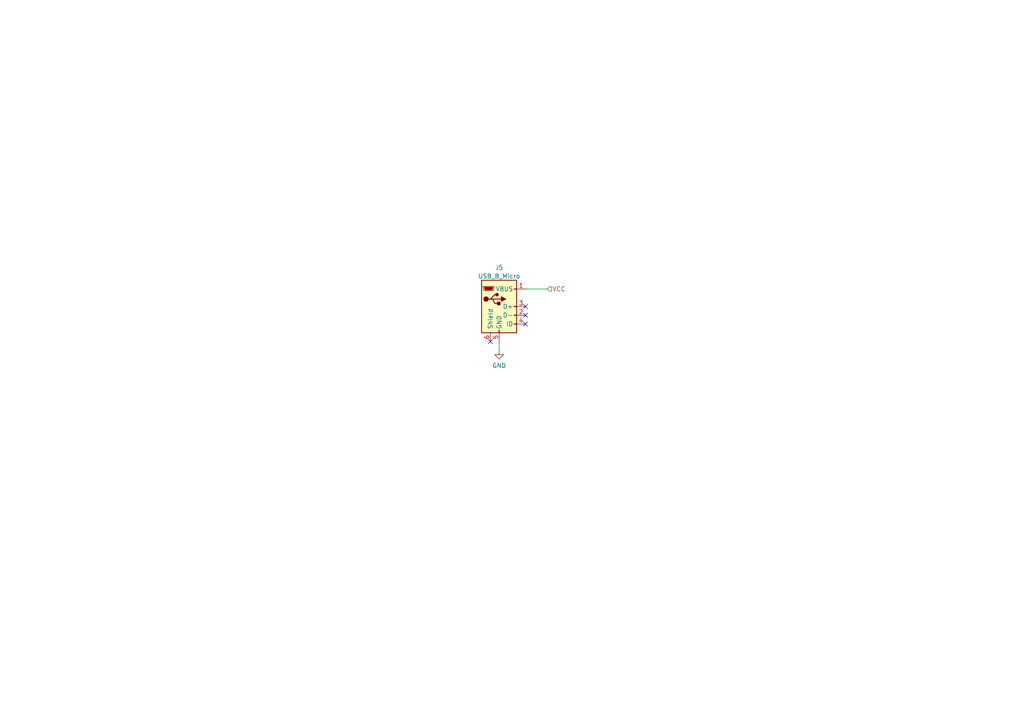
<source format=kicad_sch>
(kicad_sch (version 20211123) (generator eeschema)
  (paper "A4")
  (lib_symbols
    (symbol "Connector:USB_B_Micro" (pin_names (offset 1.016))
      (property "Reference" "J" (at -5.08 11.43 0))
      (property "Value" "USB_B_Micro" (at -5.08 8.89 0))
      (symbol "USB_B_Micro_0_1"
        (rectangle (start -5.08 -7.62) (end 5.08 7.62) (stroke (width 0.254)) (fill (type background)))
        (circle (center -3.81 2.159) (radius 0.635) (stroke (width 0.254)) (fill (type outline)))
        (circle (center -0.635 3.429) (radius 0.381) (stroke (width 0.254)) (fill (type outline)))
        (rectangle (start -0.127 -7.62) (end 0.127 -6.858))
        (polyline (pts (xy -1.905 2.159) (xy 0.635 2.159)) (stroke (width 0.254)))
        (polyline (pts (xy -3.175 2.159) (xy -2.54 2.159) (xy -1.27 3.429) (xy -0.635 3.429)) (stroke (width 0.254)))
        (polyline (pts (xy -2.54 2.159) (xy -1.905 2.159) (xy -1.27 0.889) (xy 0 0.889)) (stroke (width 0.254)))
        (polyline (pts (xy 0.635 2.794) (xy 0.635 1.524) (xy 1.905 2.159) (xy 0.635 2.794)) (stroke (width 0.254)) (fill (type outline)))
        (polyline (pts (xy -4.318 5.588) (xy -1.778 5.588) (xy -2.032 4.826) (xy -4.064 4.826) (xy -4.318 5.588)) (fill (type outline)))
        (polyline (pts (xy -4.699 5.842) (xy -4.699 5.588) (xy -4.445 4.826) (xy -4.445 4.572) (xy -1.651 4.572) (xy -1.651 4.826) (xy -1.397 5.588) (xy -1.397 5.842) (xy -4.699 5.842)))
        (rectangle (start 0.254 1.27) (end -0.508 0.508) (stroke (width 0.254)) (fill (type outline)))
        (rectangle (start 5.08 -5.207) (end 4.318 -4.953))
        (rectangle (start 5.08 -2.667) (end 4.318 -2.413))
        (rectangle (start 5.08 -0.127) (end 4.318 0.127))
        (rectangle (start 5.08 4.953) (end 4.318 5.207))
      )
      (symbol "USB_B_Micro_1_1"
        (pin power_out line (at 7.62 5.08 180) (length 2.54) (name "VBUS") (number "1"))
        (pin bidirectional line (at 7.62 -2.54 180) (length 2.54) (name "D-") (number "2"))
        (pin bidirectional line (at 7.62 0 180) (length 2.54) (name "D+") (number "3"))
        (pin passive line (at 7.62 -5.08 180) (length 2.54) (name "ID") (number "4"))
        (pin power_out line (at 0 -10.16 90) (length 2.54) (name "GND") (number "5"))
        (pin passive line (at -2.54 -10.16 90) (length 2.54) (name "Shield") (number "6"))
      )
    )
    (symbol "power:GND" (power) (pin_names (offset 0))
      (property "Value" "GND" (at 0 -3.81 0))
      (symbol "GND_0_1"
        (polyline (pts (xy 0 0) (xy 0 -1.27) (xy 1.27 -1.27) (xy 0 -2.54) (xy -1.27 -1.27) (xy 0 -1.27)))
      )
      (symbol "GND_1_1"
        (pin power_in line (at 0 0 270) (length 0) hide (name "GND") (number "1"))
      )
    )
  )
  (no_connect (at 142.24 99.06))
  (no_connect (at 152.4 88.9))
  (no_connect (at 152.4 93.98))
  (no_connect (at 152.4 91.44))
  (wire (pts (xy 144.78 99.06) (xy 144.78 101.6)))
  (wire (pts (xy 152.4 83.82) (xy 158.75 83.82)))
  (hierarchical_label "VCC" (shape input) (at 158.75 83.82 0))
  (symbol (lib_id "power:GND") (at 144.78 101.6 0) (unit 1)
    (property "Reference" "#PWR06" (effects hide))
    (property "Value" "GND" (at 144.78 106.0434 0))
  )
  (symbol (lib_id "Connector:USB_B_Micro") (at 144.78 88.9 0) (unit 1)
    (property "Reference" "J5" (at 144.78 77.5802 0))
    (property "Value" "USB_B_Micro" (at 144.78 80.1171 0))
  )
)
</source>
